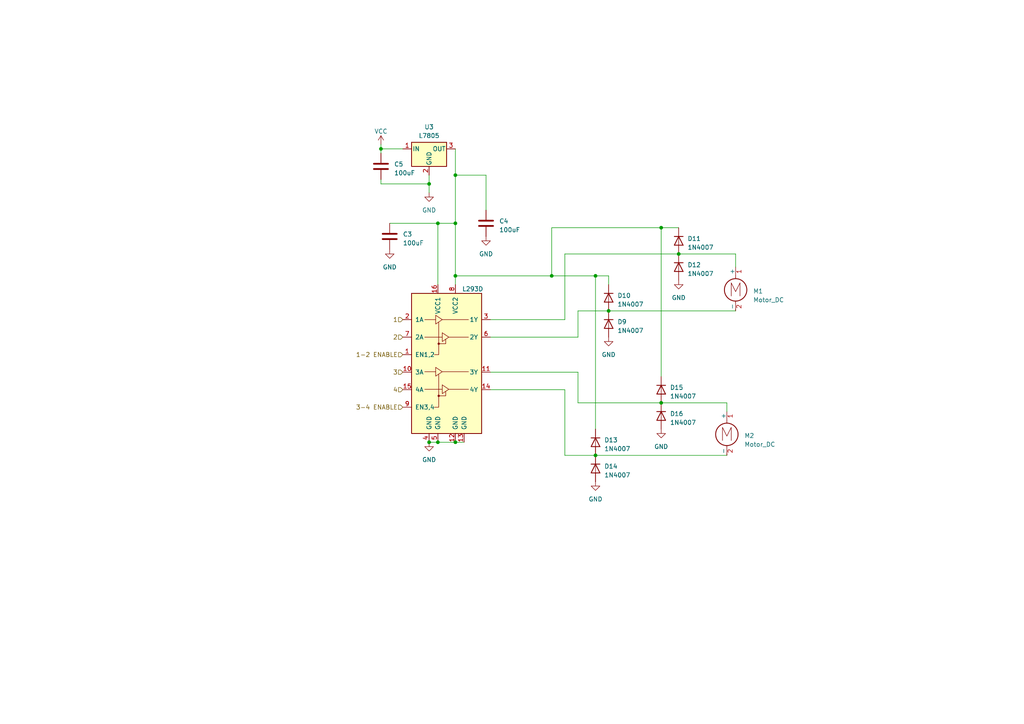
<source format=kicad_sch>
(kicad_sch (version 20230121) (generator eeschema)
  (paper "A4")
  (lib_symbols
    (symbol "Device:C" (pin_numbers hide) (pin_names (offset 0.254))
      (property "Reference" "C" (at 0.635 2.54 0))
      (property "Value" "C" (at 0.635 -2.54 0))
      (symbol "C_0_1"
        (polyline (pts (xy -2.032 -0.762) (xy 2.032 -0.762)) (stroke (width 0.508)))
        (polyline (pts (xy -2.032 0.762) (xy 2.032 0.762)) (stroke (width 0.508)))
      )
      (symbol "C_1_1"
        (pin passive line (at 0 3.81 270) (length 2.794) (name "~") (number "1"))
        (pin passive line (at 0 -3.81 90) (length 2.794) (name "~") (number "2"))
      )
    )
    (symbol "Device:D" (pin_numbers hide) (pin_names (offset 1.016) hide)
      (property "Reference" "D" (at 0 2.54 0))
      (property "Value" "D" (at 0 -2.54 0))
      (symbol "D_0_1"
        (polyline (pts (xy -1.27 1.27) (xy -1.27 -1.27)) (stroke (width 0.254)))
        (polyline (pts (xy 1.27 0) (xy -1.27 0)))
        (polyline (pts (xy 1.27 1.27) (xy 1.27 -1.27) (xy -1.27 0) (xy 1.27 1.27)) (stroke (width 0.254)))
      )
      (symbol "D_1_1"
        (pin passive line (at -3.81 0 0) (length 2.54) (name "K") (number "1"))
        (pin passive line (at 3.81 0 180) (length 2.54) (name "A") (number "2"))
      )
    )
    (symbol "Driver_Motor:L293D" (pin_names (offset 1.016))
      (property "Reference" "U" (at -5.08 26.035 0))
      (property "Value" "L293D" (at -5.08 24.13 0))
      (symbol "L293D_0_1"
        (rectangle (start -10.16 22.86) (end 10.16 -17.78) (stroke (width 0.254)) (fill (type background)))
        (circle (center -2.286 -6.858) (radius 0.254) (fill (type outline)))
        (circle (center -2.286 8.255) (radius 0.254) (fill (type outline)))
        (polyline (pts (xy -6.35 -4.953) (xy -1.27 -4.953)))
        (polyline (pts (xy -6.35 0.127) (xy -3.175 0.127)))
        (polyline (pts (xy -6.35 10.16) (xy -1.27 10.16)))
        (polyline (pts (xy -6.35 15.24) (xy -3.175 15.24)))
        (polyline (pts (xy -1.27 0.127) (xy 6.35 0.127)))
        (polyline (pts (xy -1.27 15.24) (xy 6.35 15.24)))
        (polyline (pts (xy 0.635 -4.953) (xy 6.35 -4.953)))
        (polyline (pts (xy 0.635 10.16) (xy 6.35 10.16)))
        (polyline (pts (xy -2.286 -6.858) (xy -0.254 -6.858) (xy -0.254 -5.588)))
        (polyline (pts (xy -2.286 -0.635) (xy -2.286 -10.16) (xy -3.556 -10.16)))
        (polyline (pts (xy -2.286 8.255) (xy -0.254 8.255) (xy -0.254 9.525)))
        (polyline (pts (xy -2.286 14.478) (xy -2.286 5.08) (xy -3.556 5.08)))
        (polyline (pts (xy -3.175 1.397) (xy -3.175 -1.143) (xy -1.27 0.127) (xy -3.175 1.397)))
        (polyline (pts (xy -3.175 16.51) (xy -3.175 13.97) (xy -1.27 15.24) (xy -3.175 16.51)))
        (polyline (pts (xy -1.27 -3.683) (xy -1.27 -6.223) (xy 0.635 -4.953) (xy -1.27 -3.683)))
        (polyline (pts (xy -1.27 11.43) (xy -1.27 8.89) (xy 0.635 10.16) (xy -1.27 11.43)))
      )
      (symbol "L293D_1_1"
        (pin input line (at -12.7 5.08 0) (length 2.54) (name "EN1,2") (number "1"))
        (pin input line (at -12.7 0 0) (length 2.54) (name "3A") (number "10"))
        (pin output line (at 12.7 0 180) (length 2.54) (name "3Y") (number "11"))
        (pin power_in line (at 2.54 -20.32 90) (length 2.54) (name "GND") (number "12"))
        (pin power_in line (at 5.08 -20.32 90) (length 2.54) (name "GND") (number "13"))
        (pin output line (at 12.7 -5.08 180) (length 2.54) (name "4Y") (number "14"))
        (pin input line (at -12.7 -5.08 0) (length 2.54) (name "4A") (number "15"))
        (pin power_in line (at -2.54 25.4 270) (length 2.54) (name "VCC1") (number "16"))
        (pin input line (at -12.7 15.24 0) (length 2.54) (name "1A") (number "2"))
        (pin output line (at 12.7 15.24 180) (length 2.54) (name "1Y") (number "3"))
        (pin power_in line (at -5.08 -20.32 90) (length 2.54) (name "GND") (number "4"))
        (pin power_in line (at -2.54 -20.32 90) (length 2.54) (name "GND") (number "5"))
        (pin output line (at 12.7 10.16 180) (length 2.54) (name "2Y") (number "6"))
        (pin input line (at -12.7 10.16 0) (length 2.54) (name "2A") (number "7"))
        (pin power_in line (at 2.54 25.4 270) (length 2.54) (name "VCC2") (number "8"))
        (pin input line (at -12.7 -10.16 0) (length 2.54) (name "EN3,4") (number "9"))
      )
    )
    (symbol "Motor:Motor_DC" (pin_names (offset 0))
      (property "Reference" "M" (at 2.54 2.54 0))
      (property "Value" "Motor_DC" (at 2.54 -5.08 0))
      (symbol "Motor_DC_0_0"
        (polyline (pts (xy -1.27 -3.302) (xy -1.27 0.508) (xy 0 -2.032) (xy 1.27 0.508) (xy 1.27 -3.302)))
      )
      (symbol "Motor_DC_0_1"
        (circle (center 0 -1.524) (radius 3.2512) (stroke (width 0.254)))
        (polyline (pts (xy 0 -7.62) (xy 0 -7.112)))
        (polyline (pts (xy 0 -4.7752) (xy 0 -5.1816)))
        (polyline (pts (xy 0 1.7272) (xy 0 2.0828)))
        (polyline (pts (xy 0 2.032) (xy 0 2.54)))
      )
      (symbol "Motor_DC_1_1"
        (pin passive line (at 0 5.08 270) (length 2.54) (name "+") (number "1"))
        (pin passive line (at 0 -7.62 90) (length 2.54) (name "-") (number "2"))
      )
    )
    (symbol "Regulator_Linear:L7805" (pin_names (offset 0.254))
      (property "Reference" "U" (at -3.81 3.175 0))
      (property "Value" "L7805" (at 0 3.175 0))
      (symbol "L7805_0_1"
        (rectangle (start -5.08 1.905) (end 5.08 -5.08) (stroke (width 0.254)) (fill (type background)))
      )
      (symbol "L7805_1_1"
        (pin power_in line (at -7.62 0 0) (length 2.54) (name "IN") (number "1"))
        (pin power_in line (at 0 -7.62 90) (length 2.54) (name "GND") (number "2"))
        (pin power_out line (at 7.62 0 180) (length 2.54) (name "OUT") (number "3"))
      )
    )
    (symbol "power:GND" (power) (pin_names (offset 0))
      (property "Value" "GND" (at 0 -3.81 0))
      (symbol "GND_0_1"
        (polyline (pts (xy 0 0) (xy 0 -1.27) (xy 1.27 -1.27) (xy 0 -2.54) (xy -1.27 -1.27) (xy 0 -1.27)))
      )
      (symbol "GND_1_1"
        (pin power_in line (at 0 0 270) (length 0) hide (name "GND") (number "1"))
      )
    )
    (symbol "power:VCC" (power) (pin_names (offset 0))
      (property "Value" "VCC" (at 0 3.81 0))
      (symbol "VCC_0_1"
        (polyline (pts (xy -0.762 1.27) (xy 0 2.54)))
        (polyline (pts (xy 0 0) (xy 0 2.54)))
        (polyline (pts (xy 0 2.54) (xy 0.762 1.27)))
      )
      (symbol "VCC_1_1"
        (pin power_in line (at 0 0 90) (length 0) hide (name "VCC") (number "1"))
      )
    )
  )
  (junction (at 160.02 80.01))
  (junction (at 172.72 132.08))
  (junction (at 127 64.77))
  (junction (at 132.08 64.77))
  (junction (at 176.53 90.17))
  (junction (at 172.72 80.01))
  (junction (at 132.08 80.01))
  (junction (at 127 128.27))
  (junction (at 191.77 116.84))
  (junction (at 191.77 66.04))
  (junction (at 124.46 128.27))
  (junction (at 132.08 50.8))
  (junction (at 196.85 73.66))
  (junction (at 110.49 43.18))
  (junction (at 124.46 53.34))
  (junction (at 132.08 128.27))
  (wire (pts (xy 127 128.27) (xy 132.08 128.27)))
  (wire (pts (xy 110.49 53.34) (xy 124.46 53.34)))
  (wire (pts (xy 191.77 66.04) (xy 160.02 66.04)))
  (wire (pts (xy 172.72 132.08) (xy 163.83 132.08)))
  (wire (pts (xy 163.83 73.66) (xy 163.83 92.71)))
  (wire (pts (xy 110.49 41.91) (xy 110.49 43.18)))
  (wire (pts (xy 160.02 80.01) (xy 172.72 80.01)))
  (wire (pts (xy 116.84 43.18) (xy 110.49 43.18)))
  (wire (pts (xy 210.82 119.38) (xy 210.82 116.84)))
  (wire (pts (xy 176.53 82.55) (xy 176.53 80.01)))
  (wire (pts (xy 196.85 73.66) (xy 213.36 73.66)))
  (wire (pts (xy 160.02 66.04) (xy 160.02 80.01)))
  (wire (pts (xy 140.97 60.96) (xy 140.97 50.8)))
  (wire (pts (xy 167.64 97.79) (xy 142.24 97.79)))
  (wire (pts (xy 113.03 64.77) (xy 127 64.77)))
  (wire (pts (xy 163.83 73.66) (xy 196.85 73.66)))
  (wire (pts (xy 140.97 50.8) (xy 132.08 50.8)))
  (wire (pts (xy 167.64 90.17) (xy 167.64 97.79)))
  (wire (pts (xy 110.49 53.34) (xy 110.49 52.07)))
  (wire (pts (xy 163.83 113.03) (xy 142.24 113.03)))
  (wire (pts (xy 176.53 90.17) (xy 213.36 90.17)))
  (wire (pts (xy 132.08 128.27) (xy 134.62 128.27)))
  (wire (pts (xy 124.46 128.27) (xy 127 128.27)))
  (wire (pts (xy 124.46 50.8) (xy 124.46 53.34)))
  (wire (pts (xy 132.08 43.18) (xy 132.08 50.8)))
  (wire (pts (xy 167.64 116.84) (xy 167.64 107.95)))
  (wire (pts (xy 124.46 55.88) (xy 124.46 53.34)))
  (wire (pts (xy 127 64.77) (xy 127 82.55)))
  (wire (pts (xy 172.72 124.46) (xy 172.72 80.01)))
  (wire (pts (xy 210.82 116.84) (xy 191.77 116.84)))
  (wire (pts (xy 172.72 80.01) (xy 176.53 80.01)))
  (wire (pts (xy 196.85 66.04) (xy 191.77 66.04)))
  (wire (pts (xy 191.77 116.84) (xy 167.64 116.84)))
  (wire (pts (xy 167.64 90.17) (xy 176.53 90.17)))
  (wire (pts (xy 132.08 50.8) (xy 132.08 64.77)))
  (wire (pts (xy 132.08 64.77) (xy 132.08 80.01)))
  (wire (pts (xy 127 64.77) (xy 132.08 64.77)))
  (wire (pts (xy 163.83 92.71) (xy 142.24 92.71)))
  (wire (pts (xy 167.64 107.95) (xy 142.24 107.95)))
  (wire (pts (xy 132.08 80.01) (xy 132.08 82.55)))
  (wire (pts (xy 172.72 132.08) (xy 210.82 132.08)))
  (wire (pts (xy 213.36 73.66) (xy 213.36 77.47)))
  (wire (pts (xy 160.02 80.01) (xy 132.08 80.01)))
  (wire (pts (xy 110.49 43.18) (xy 110.49 44.45)))
  (wire (pts (xy 191.77 66.04) (xy 191.77 109.22)))
  (wire (pts (xy 163.83 132.08) (xy 163.83 113.03)))
  (hierarchical_label "3" (shape input) (at 116.84 107.95 180))
  (hierarchical_label "1" (shape input) (at 116.84 92.71 180))
  (hierarchical_label "1-2 ENABLE" (shape input) (at 116.84 102.87 180))
  (hierarchical_label "3-4 ENABLE" (shape input) (at 116.84 118.11 180))
  (hierarchical_label "2" (shape input) (at 116.84 97.79 180))
  (hierarchical_label "4" (shape input) (at 116.84 113.03 180))
  (symbol (lib_id "Device:C") (at 110.49 48.26 0) (unit 1)
    (property "Reference" "C5" (at 114.3 47.625 0) (effects (justify left)))
    (property "Value" "100uF" (at 114.3 50.165 0) (effects (justify left)))
    (property "Footprint" "Capacitor_THT:C_Rect_L4.0mm_W2.5mm_P2.50mm" (effects hide))
  )
  (symbol (lib_id "power:GND") (at 113.03 72.39 0) (unit 1)
    (property "Reference" "#PWR02" (effects hide))
    (property "Value" "GND" (at 113.03 77.47 0))
  )
  (symbol (lib_id "power:GND") (at 140.97 68.58 0) (unit 1)
    (property "Reference" "#PWR010" (effects hide))
    (property "Value" "GND" (at 140.97 73.66 0))
  )
  (symbol (lib_id "Device:D") (at 191.77 113.03 270) (unit 1)
    (property "Reference" "D15" (at 194.31 112.395 90) (effects (justify left)))
    (property "Value" "1N4007" (at 194.31 114.935 90) (effects (justify left)))
    (property "Footprint" "Diode_THT:D_A-405_P2.54mm_Vertical_AnodeUp" (effects hide))
    (instances (project "CxCat" (path "" (reference "D15") (unit 1)) (path "" (reference "D13") (unit 1))))
  )
  (symbol (lib_id "power:GND") (at 176.53 97.79 0) (unit 1)
    (property "Reference" "#PWR041" (effects hide))
    (property "Value" "GND" (at 176.53 102.87 0))
    (instances (project "CxCat" (path "" (reference "#PWR041") (unit 1)) (path "" (reference "#PWR044") (unit 1))))
  )
  (symbol (lib_id "Device:D") (at 196.85 69.85 270) (unit 1)
    (property "Reference" "D11" (at 199.39 69.215 90) (effects (justify left)))
    (property "Value" "1N4007" (at 199.39 71.755 90) (effects (justify left)))
    (property "Footprint" "Diode_THT:D_A-405_P2.54mm_Vertical_AnodeUp" (effects hide))
    (instances (project "CxCat" (path "" (reference "D11") (unit 1)) (path "" (reference "D15") (unit 1))))
  )
  (symbol (lib_id "power:GND") (at 172.72 139.7 0) (unit 1)
    (property "Reference" "#PWR046" (effects hide))
    (property "Value" "GND" (at 172.72 144.78 0))
    (instances (project "CxCat" (path "" (reference "#PWR046") (unit 1)) (path "" (reference "#PWR041") (unit 1))))
  )
  (symbol (lib_id "Device:D") (at 176.53 86.36 270) (unit 1)
    (property "Reference" "D10" (at 179.07 85.725 90) (effects (justify left)))
    (property "Value" "1N4007" (at 179.07 88.265 90) (effects (justify left)))
    (property "Footprint" "Diode_THT:D_A-405_P2.54mm_Vertical_AnodeUp" (effects hide))
    (instances (project "CxCat" (path "" (reference "D10") (unit 1)) (path "" (reference "D11") (unit 1))))
  )
  (symbol (lib_id "power:GND") (at 124.46 55.88 0) (unit 1)
    (property "Reference" "#PWR03" (effects hide))
    (property "Value" "GND" (at 124.46 60.96 0))
  )
  (symbol (lib_id "power:GND") (at 191.77 124.46 0) (unit 1)
    (property "Reference" "#PWR048" (effects hide))
    (property "Value" "GND" (at 191.77 129.54 0))
    (instances (project "CxCat" (path "" (reference "#PWR048") (unit 1)) (path "" (reference "#PWR045") (unit 1))))
  )
  (symbol (lib_id "Device:D") (at 176.53 93.98 270) (unit 1)
    (property "Reference" "D9" (at 179.07 93.345 90) (effects (justify left)))
    (property "Value" "1N4007" (at 179.07 95.885 90) (effects (justify left)))
    (property "Footprint" "Diode_THT:D_A-405_P2.54mm_Vertical_AnodeUp" (effects hide))
    (instances (project "CxCat" (path "" (reference "D9") (unit 1)) (path "" (reference "D12") (unit 1))))
  )
  (symbol (lib_id "power:GND") (at 196.85 81.28 0) (unit 1)
    (property "Reference" "#PWR044" (effects hide))
    (property "Value" "GND" (at 196.85 86.36 0))
    (instances (project "CxCat" (path "" (reference "#PWR044") (unit 1)) (path "" (reference "#PWR046") (unit 1))))
  )
  (symbol (lib_id "Device:C") (at 140.97 64.77 0) (unit 1)
    (property "Reference" "C4" (at 144.78 64.135 0) (effects (justify left)))
    (property "Value" "100uF" (at 144.78 66.675 0) (effects (justify left)))
    (property "Footprint" "Capacitor_THT:C_Rect_L4.0mm_W2.5mm_P2.50mm" (effects hide))
  )
  (symbol (lib_id "Driver_Motor:L293D") (at 129.54 107.95 0) (unit 1)
    (property "Reference" "U1" (effects hide))
    (property "Value" "L293D" (at 134.0359 83.82 0) (effects (justify left)))
    (property "Footprint" "Package_DIP:DIP-16_W7.62mm_LongPads" (effects hide))
    (property "Datasheet" "http://www.ti.com/lit/ds/symlink/l293.pdf" (effects hide))
    (instances (project "CxCat" (path "" (reference "U1") (unit 1)) (path "" (reference "U3") (unit 1))))
  )
  (symbol (lib_id "Device:D") (at 172.72 128.27 270) (unit 1)
    (property "Reference" "D13" (at 175.26 127.635 90) (effects (justify left)))
    (property "Value" "1N4007" (at 175.26 130.175 90) (effects (justify left)))
    (property "Footprint" "Diode_THT:D_A-405_P2.54mm_Vertical_AnodeUp" (effects hide))
    (instances (project "CxCat" (path "" (reference "D13") (unit 1)) (path "" (reference "D9") (unit 1))))
  )
  (symbol (lib_id "Device:D") (at 172.72 135.89 270) (unit 1)
    (property "Reference" "D14" (at 175.26 135.255 90) (effects (justify left)))
    (property "Value" "1N4007" (at 175.26 137.795 90) (effects (justify left)))
    (property "Footprint" "Diode_THT:D_A-405_P2.54mm_Vertical_AnodeUp" (effects hide))
    (instances (project "CxCat" (path "" (reference "D14") (unit 1)) (path "" (reference "D10") (unit 1))))
  )
  (symbol (lib_id "Device:D") (at 191.77 120.65 270) (unit 1)
    (property "Reference" "D16" (at 194.31 120.015 90) (effects (justify left)))
    (property "Value" "1N4007" (at 194.31 122.555 90) (effects (justify left)))
    (property "Footprint" "Diode_THT:D_A-405_P2.54mm_Vertical_AnodeUp" (effects hide))
    (instances (project "CxCat" (path "" (reference "D16") (unit 1)) (path "" (reference "D14") (unit 1))))
  )
  (symbol (lib_id "Device:C") (at 113.03 68.58 0) (unit 1)
    (property "Reference" "C3" (at 116.84 67.945 0) (effects (justify left)))
    (property "Value" "100uF" (at 116.84 70.485 0) (effects (justify left)))
    (property "Footprint" "Capacitor_THT:C_Rect_L4.0mm_W2.5mm_P2.50mm" (effects hide))
  )
  (symbol (lib_id "Motor:Motor_DC") (at 213.36 82.55 0) (unit 1)
    (property "Reference" "M1" (at 218.44 84.455 0) (effects (justify left)))
    (property "Value" "Motor_DC" (at 218.44 86.995 0) (effects (justify left)))
    (property "Footprint" "Connector_PinHeader_2.54mm:PinHeader_1x02_P2.54mm_Vertical" (effects hide))
  )
  (symbol (lib_id "Motor:Motor_DC") (at 210.82 124.46 0) (unit 1)
    (property "Reference" "M2" (at 215.9 126.365 0) (effects (justify left)))
    (property "Value" "Motor_DC" (at 215.9 128.905 0) (effects (justify left)))
    (property "Footprint" "Connector_PinHeader_2.54mm:PinHeader_1x02_P2.54mm_Vertical" (effects hide))
  )
  (symbol (lib_id "power:VCC") (at 110.49 41.91 0) (unit 1)
    (property "Reference" "#PWR09" (effects hide))
    (property "Value" "VCC" (at 110.49 38.1 0))
    (instances (project "CxCat" (path "" (reference "#PWR09") (unit 1)) (path "" (reference "#PWR01") (unit 1))))
  )
  (symbol (lib_id "Regulator_Linear:L7805") (at 124.46 43.18 0) (unit 1)
    (property "Reference" "U3" (at 124.46 36.83 0))
    (property "Value" "L7805" (at 124.46 39.37 0))
    (property "Footprint" "Package_TO_SOT_THT:TO-220-3_Vertical" (effects hide))
    (property "Datasheet" "http://www.st.com/content/ccc/resource/technical/document/datasheet/41/4f/b3/b0/12/d4/47/88/CD00000444.pdf/files/CD00000444.pdf/jcr:content/translations/en.CD00000444.pdf" (effects hide))
    (instances (project "CxCat" (path "" (reference "U3") (unit 1)) (path "" (reference "U1") (unit 1))))
  )
  (symbol (lib_id "Device:D") (at 196.85 77.47 270) (unit 1)
    (property "Reference" "D12" (at 199.39 76.835 90) (effects (justify left)))
    (property "Value" "1N4007" (at 199.39 79.375 90) (effects (justify left)))
    (property "Footprint" "Diode_THT:D_A-405_P2.54mm_Vertical_AnodeUp" (effects hide))
    (instances (project "CxCat" (path "" (reference "D12") (unit 1)) (path "" (reference "D16") (unit 1))))
  )
  (symbol (lib_id "power:GND") (at 124.46 128.27 0) (unit 1)
    (property "Reference" "#PWR01" (effects hide))
    (property "Value" "GND" (at 124.46 133.35 0))
    (instances (project "CxCat" (path "" (reference "#PWR01") (unit 1)) (path "" (reference "#PWR09") (unit 1))))
  )
)
</source>
